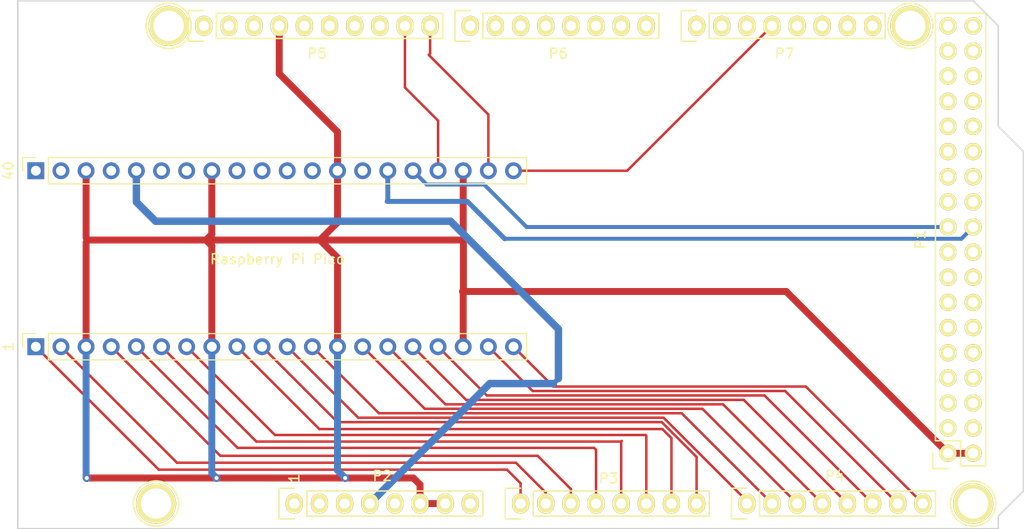
<source format=kicad_pcb>
(kicad_pcb (version 20211014) (generator pcbnew)
  (title_block (date "mar. 31 mars 2015"))
  (layers (0 "F.Cu" signal) (31 "B.Cu" signal) (34 "B.Paste" user) (35 "F.Paste" user) (36 "B.SilkS" user "B.Silkscreen") (37 "F.SilkS" user "F.Silkscreen") (38 "B.Mask" user) (39 "F.Mask" user) (44 "Edge.Cuts" user))
  (net 0 "")
  (net 1 "GND")
  (net 2 "/52(SCK)")
  (net 3 "/53(SS)")
  (net 4 "/50(MISO)")
  (net 5 "/51(MOSI)")
  (net 6 "/48")
  (net 7 "/49")
  (net 8 "/46")
  (net 9 "/47")
  (net 10 "/44")
  (net 11 "/45")
  (net 12 "/42")
  (net 13 "/43")
  (net 14 "/40")
  (net 15 "/41")
  (net 16 "/38")
  (net 17 "/39")
  (net 18 "/36")
  (net 19 "/37")
  (net 20 "/34")
  (net 21 "/35")
  (net 22 "/32")
  (net 23 "/33")
  (net 24 "/30")
  (net 25 "/31")
  (net 26 "/28")
  (net 27 "/29")
  (net 28 "/26")
  (net 29 "/27")
  (net 30 "/24")
  (net 31 "/25")
  (net 32 "/22")
  (net 33 "/23")
  (net 34 "+5V")
  (net 35 "/IOREF")
  (net 36 "/Reset")
  (net 37 "/Vin")
  (net 38 "/A0")
  (net 39 "/A1")
  (net 40 "/A2")
  (net 41 "/A3")
  (net 42 "/A4")
  (net 43 "/A5")
  (net 44 "/A6")
  (net 45 "/A7")
  (net 46 "/A8")
  (net 47 "/A9")
  (net 48 "/A10")
  (net 49 "/A11")
  (net 50 "/A12")
  (net 51 "/A13")
  (net 52 "/A14")
  (net 53 "/A15")
  (net 54 "/SCL")
  (net 55 "/SDA")
  (net 56 "/AREF")
  (net 57 "/9(**)")
  (net 58 "/8(**)")
  (net 59 "/7(**)")
  (net 60 "/20(SDA)")
  (net 61 "/21(SCL)")
  (net 62 "Net-(P8-Pad1)")
  (net 63 "Net-(P10-Pad1)")
  (net 64 "Net-(P11-Pad1)")
  (net 65 "Net-(P13-Pad1)")
  (net 66 "Net-(P2-Pad1)")
  (net 67 "+3V3")
  (net 68 "/14(Tx3)")
  (net 69 "/15(Rx3)")
  (net 70 "/16(Tx2)")
  (net 71 "/18(Tx1)")
  (net 72 "/19(Rx1)")
  (footprint "Socket_Arduino_Mega:Socket_Strip_Arduino_2x18" (layer "F.Cu") (at 197.358 114.046 90)
    (fp_text reference "P1" (at 21.59 -2.794 90) (layer "F.SilkS"))
    (fp_text value "ALE H/L")
    (fp_line (start -1.27 1.27) (end 1.27 1.27) (layer "F.SilkS") (width 0.15))
    (fp_line (start 44.45 -1.27) (end 1.27 -1.27) (layer "F.SilkS") (width 0.15))
    (fp_line (start -1.27 3.81) (end 44.45 3.81) (layer "F.SilkS") (width 0.15))
    (fp_line (start 0 -1.55) (end -1.55 -1.55) (layer "F.SilkS") (width 0.15))
    (fp_line (start -1.55 -1.55) (end -1.55 0) (layer "F.SilkS") (width 0.15))
    (fp_line (start 44.45 3.81) (end 44.45 -1.27) (layer "F.SilkS") (width 0.15))
    (fp_line (start 1.27 1.27) (end 1.27 -1.27) (layer "F.SilkS") (width 0.15))
    (fp_line (start -1.27 3.81) (end -1.27 1.27) (layer "F.SilkS") (width 0.15))
    (pad "1" thru_hole circle locked (at 0 0 90) (size 1.7272 1.7272) (drill 1.016) (layers *.Cu *.Mask "F.SilkS") (net 1 "GND"))
    (pad "2" thru_hole oval locked (at 0 2.54 90) (size 1.7272 1.7272) (drill 1.016) (layers *.Cu *.Mask "F.SilkS") (net 1 "GND"))
    (pad "3" thru_hole oval locked (at 2.54 0 90) (size 1.7272 1.7272) (drill 1.016) (layers *.Cu *.Mask "F.SilkS") (net 2 "/52(SCK)"))
    (pad "4" thru_hole oval locked (at 2.54 2.54 90) (size 1.7272 1.7272) (drill 1.016) (layers *.Cu *.Mask "F.SilkS") (net 3 "/53(SS)"))
    (pad "5" thru_hole oval locked (at 5.08 0 90) (size 1.7272 1.7272) (drill 1.016) (layers *.Cu *.Mask "F.SilkS") (net 4 "/50(MISO)"))
    (pad "6" thru_hole oval locked (at 5.08 2.54 90) (size 1.7272 1.7272) (drill 1.016) (layers *.Cu *.Mask "F.SilkS") (net 5 "/51(MOSI)"))
    (pad "7" thru_hole oval locked (at 7.62 0 90) (size 1.7272 1.7272) (drill 1.016) (layers *.Cu *.Mask "F.SilkS") (net 6 "/48"))
    (pad "8" thru_hole oval locked (at 7.62 2.54 90) (size 1.7272 1.7272) (drill 1.016) (layers *.Cu *.Mask "F.SilkS") (net 7 "/49"))
    (pad "9" thru_hole oval locked (at 10.16 0 90) (size 1.7272 1.7272) (drill 1.016) (layers *.Cu *.Mask "F.SilkS") (net 8 "/46"))
    (pad "10" thru_hole oval locked (at 10.16 2.54 90) (size 1.7272 1.7272) (drill 1.016) (layers *.Cu *.Mask "F.SilkS") (net 9 "/47"))
    (pad "11" thru_hole oval locked (at 12.7 0 90) (size 1.7272 1.7272) (drill 1.016) (layers *.Cu *.Mask "F.SilkS") (net 10 "/44"))
    (pad "12" thru_hole oval locked (at 12.7 2.54 90) (size 1.7272 1.7272) (drill 1.016) (layers *.Cu *.Mask "F.SilkS") (net 11 "/45"))
    (pad "13" thru_hole oval locked (at 15.24 0 90) (size 1.7272 1.7272) (drill 1.016) (layers *.Cu *.Mask "F.SilkS") (net 12 "/42"))
    (pad "14" thru_hole oval locked (at 15.24 2.54 90) (size 1.7272 1.7272) (drill 1.016) (layers *.Cu *.Mask "F.SilkS") (net 13 "/43"))
    (pad "15" thru_hole oval locked (at 17.78 0 90) (size 1.7272 1.7272) (drill 1.016) (layers *.Cu *.Mask "F.SilkS") (net 14 "/40"))
    (pad "16" thru_hole oval locked (at 17.78 2.54 90) (size 1.7272 1.7272) (drill 1.016) (layers *.Cu *.Mask "F.SilkS") (net 15 "/41"))
    (pad "17" thru_hole oval locked (at 20.32 0 90) (size 1.7272 1.7272) (drill 1.016) (layers *.Cu *.Mask "F.SilkS") (net 16 "/38"))
    (pad "18" thru_hole oval locked (at 20.32 2.54 90) (size 1.7272 1.7272) (drill 1.016) (layers *.Cu *.Mask "F.SilkS") (net 17 "/39"))
    (pad "21" thru_hole oval locked (at 25.4 0 90) (size 1.7272 1.7272) (drill 1.016) (layers *.Cu *.Mask "F.SilkS") (net 20 "/34"))
    (pad "22" thru_hole oval locked (at 25.4 2.54 90) (size 1.7272 1.7272) (drill 1.016) (layers *.Cu *.Mask "F.SilkS") (net 21 "/35"))
    (pad "23" thru_hole oval locked (at 27.94 0 90) (size 1.7272 1.7272) (drill 1.016) (layers *.Cu *.Mask "F.SilkS") (net 22 "/32"))
    (pad "24" thru_hole oval locked (at 27.94 2.54 90) (size 1.7272 1.7272) (drill 1.016) (layers *.Cu *.Mask "F.SilkS") (net 23 "/33"))
    (pad "25" thru_hole oval locked (at 30.48 0 90) (size 1.7272 1.7272) (drill 1.016) (layers *.Cu *.Mask "F.SilkS") (net 24 "/30"))
    (pad "26" thru_hole oval locked (at 30.48 2.54 90) (size 1.7272 1.7272) (drill 1.016) (layers *.Cu *.Mask "F.SilkS") (net 25 "/31"))
    (pad "27" thru_hole oval locked (at 33.02 0 90) (size 1.7272 1.7272) (drill 1.016) (layers *.Cu *.Mask "F.SilkS") (net 26 "/28"))
    (pad "28" thru_hole oval locked (at 33.02 2.54 90) (size 1.7272 1.7272) (drill 1.016) (layers *.Cu *.Mask "F.SilkS") (net 27 "/29"))
    (pad "29" thru_hole oval locked (at 35.56 0 90) (size 1.7272 1.7272) (drill 1.016) (layers *.Cu *.Mask "F.SilkS") (net 28 "/26"))
    (pad "30" thru_hole oval locked (at 35.56 2.54 90) (size 1.7272 1.7272) (drill 1.016) (layers *.Cu *.Mask "F.SilkS") (net 29 "/27"))
    (pad "31" thru_hole oval locked (at 38.1 0 90) (size 1.7272 1.7272) (drill 1.016) (layers *.Cu *.Mask "F.SilkS") (net 30 "/24"))
    (pad "32" thru_hole oval locked (at 38.1 2.54 90) (size 1.7272 1.7272) (drill 1.016) (layers *.Cu *.Mask "F.SilkS") (net 31 "/25"))
    (pad "33" thru_hole oval locked (at 40.64 0 90) (size 1.7272 1.7272) (drill 1.016) (layers *.Cu *.Mask "F.SilkS") (net 32 "/22"))
    (pad "34" thru_hole oval locked (at 40.64 2.54 90) (size 1.7272 1.7272) (drill 1.016) (layers *.Cu *.Mask "F.SilkS") (net 33 "/23"))
    (pad "35" thru_hole oval locked (at 43.18 0 90) (size 1.7272 1.7272) (drill 1.016) (layers *.Cu *.Mask "F.SilkS") (net 34 "+5V"))
    (pad "36" thru_hole oval locked (at 43.18 2.54 90) (size 1.7272 1.7272) (drill 1.016) (layers *.Cu *.Mask "F.SilkS") (net 34 "+5V"))
    (pad "36" thru_hole oval locked (at 22.86 0 90) (size 1.7272 1.7272) (drill 1.016) (layers *.Cu *.Mask "F.SilkS") (net 18 "/36"))
    (pad "37" thru_hole oval locked (at 22.86 2.54 90) (size 1.7272 1.7272) (drill 1.016) (layers *.Cu *.Mask "F.SilkS") (net 19 "/37"))
  )
  (footprint "Socket_Arduino_Mega:Socket_Strip_Arduino_1x08" (layer "F.Cu") (at 131.318 119.126)
    (fp_text reference "P2" (at 8.89 -2.794) (layer "F.SilkS"))
    (fp_text value "Power")
    (fp_line (start 19.05 -1.27) (end 1.27 -1.27) (layer "F.SilkS") (width 0.15))
    (fp_line (start 19.05 1.27) (end 19.05 -1.27) (layer "F.SilkS") (width 0.15))
    (fp_line (start 1.27 1.27) (end 19.05 1.27) (layer "F.SilkS") (width 0.15))
    (fp_line (start 1.27 1.27) (end 1.27 -1.27) (layer "F.SilkS") (width 0.15))
    (fp_line (start 0 -1.55) (end -1.55 -1.55) (layer "F.SilkS") (width 0.15))
    (fp_line (start -1.55 1.55) (end 0 1.55) (layer "F.SilkS") (width 0.15))
    (fp_line (start -1.55 -1.55) (end -1.55 1.55) (layer "F.SilkS") (width 0.15))
    (pad "1" thru_hole oval locked (at 0 0) (size 1.7272 2.032) (drill 1.016) (layers *.Cu *.Mask "F.SilkS") (net 66 "Net-(P2-Pad1)"))
    (pad "2" thru_hole oval locked (at 2.54 0) (size 1.7272 2.032) (drill 1.016) (layers *.Cu *.Mask "F.SilkS") (net 35 "/IOREF"))
    (pad "3" thru_hole oval locked (at 5.08 0) (size 1.7272 2.032) (drill 1.016) (layers *.Cu *.Mask "F.SilkS") (net 36 "/Reset"))
    (pad "4" thru_hole oval locked (at 7.62 0) (size 1.7272 2.032) (drill 1.016) (layers *.Cu *.Mask "F.SilkS") (net 67 "+3V3"))
    (pad "5" thru_hole oval locked (at 10.16 0) (size 1.7272 2.032) (drill 1.016) (layers *.Cu *.Mask "F.SilkS") (net 34 "+5V"))
    (pad "6" thru_hole oval locked (at 12.7 0) (size 1.7272 2.032) (drill 1.016) (layers *.Cu *.Mask "F.SilkS") (net 1 "GND"))
    (pad "7" thru_hole oval locked (at 15.24 0) (size 1.7272 2.032) (drill 1.016) (layers *.Cu *.Mask "F.SilkS") (net 1 "GND"))
    (pad "8" thru_hole oval locked (at 17.78 0) (size 1.7272 2.032) (drill 1.016) (layers *.Cu *.Mask "F.SilkS") (net 37 "/Vin"))
  )
  (footprint "Socket_Arduino_Mega:Socket_Strip_Arduino_1x08" (layer "F.Cu") (at 154.178 119.126)
    (fp_text reference "P3" (at 8.89 -2.54) (layer "F.SilkS"))
    (fp_text value "AD Bus")
    (fp_line (start -1.55 -1.55) (end -1.55 1.55) (layer "F.SilkS") (width 0.15))
    (fp_line (start 0 -1.55) (end -1.55 -1.55) (layer "F.SilkS") (width 0.15))
    (fp_line (start 1.27 1.27) (end 19.05 1.27) (layer "F.SilkS") (width 0.15))
    (fp_line (start 19.05 -1.27) (end 1.27 -1.27) (layer "F.SilkS") (width 0.15))
    (fp_line (start 19.05 1.27) (end 19.05 -1.27) (layer "F.SilkS") (width 0.15))
    (fp_line (start -1.55 1.55) (end 0 1.55) (layer "F.SilkS") (width 0.15))
    (fp_line (start 1.27 1.27) (end 1.27 -1.27) (layer "F.SilkS") (width 0.15))
    (pad "1" thru_hole oval locked (at 0 0) (size 1.7272 2.032) (drill 1.016) (layers *.Cu *.Mask "F.SilkS") (net 38 "/A0"))
    (pad "2" thru_hole oval locked (at 2.54 0) (size 1.7272 2.032) (drill 1.016) (layers *.Cu *.Mask "F.SilkS") (net 39 "/A1"))
    (pad "3" thru_hole oval locked (at 5.08 0) (size 1.7272 2.032) (drill 1.016) (layers *.Cu *.Mask "F.SilkS") (net 40 "/A2"))
    (pad "4" thru_hole oval locked (at 7.62 0) (size 1.7272 2.032) (drill 1.016) (layers *.Cu *.Mask "F.SilkS") (net 41 "/A3"))
    (pad "5" thru_hole oval locked (at 10.16 0) (size 1.7272 2.032) (drill 1.016) (layers *.Cu *.Mask "F.SilkS") (net 42 "/A4"))
    (pad "6" thru_hole oval locked (at 12.7 0) (size 1.7272 2.032) (drill 1.016) (layers *.Cu *.Mask "F.SilkS") (net 43 "/A5"))
    (pad "7" thru_hole oval locked (at 15.24 0) (size 1.7272 2.032) (drill 1.016) (layers *.Cu *.Mask "F.SilkS") (net 44 "/A6"))
    (pad "8" thru_hole oval locked (at 17.78 0) (size 1.7272 2.032) (drill 1.016) (layers *.Cu *.Mask "F.SilkS") (net 45 "/A7"))
  )
  (footprint "Socket_Arduino_Mega:Socket_Strip_Arduino_1x08" (layer "F.Cu") (at 177.038 119.126)
    (fp_text reference "P4" (at 8.89 -2.794) (layer "F.SilkS"))
    (fp_text value "AD Bus")
    (fp_line (start -1.55 1.55) (end 0 1.55) (layer "F.SilkS") (width 0.15))
    (fp_line (start 1.27 1.27) (end 19.05 1.27) (layer "F.SilkS") (width 0.15))
    (fp_line (start -1.55 -1.55) (end -1.55 1.55) (layer "F.SilkS") (width 0.15))
    (fp_line (start 1.27 1.27) (end 1.27 -1.27) (layer "F.SilkS") (width 0.15))
    (fp_line (start 19.05 -1.27) (end 1.27 -1.27) (layer "F.SilkS") (width 0.15))
    (fp_line (start 19.05 1.27) (end 19.05 -1.27) (layer "F.SilkS") (width 0.15))
    (fp_line (start 0 -1.55) (end -1.55 -1.55) (layer "F.SilkS") (width 0.15))
    (pad "1" thru_hole oval locked (at 0 0) (size 1.7272 2.032) (drill 1.016) (layers *.Cu *.Mask "F.SilkS") (net 46 "/A8"))
    (pad "2" thru_hole oval locked (at 2.54 0) (size 1.7272 2.032) (drill 1.016) (layers *.Cu *.Mask "F.SilkS") (net 47 "/A9"))
    (pad "3" thru_hole oval locked (at 5.08 0) (size 1.7272 2.032) (drill 1.016) (layers *.Cu *.Mask "F.SilkS") (net 48 "/A10"))
    (pad "4" thru_hole oval locked (at 7.62 0) (size 1.7272 2.032) (drill 1.016) (layers *.Cu *.Mask "F.SilkS") (net 49 "/A11"))
    (pad "5" thru_hole oval locked (at 10.16 0) (size 1.7272 2.032) (drill 1.016) (layers *.Cu *.Mask "F.SilkS") (net 50 "/A12"))
    (pad "6" thru_hole oval locked (at 12.7 0) (size 1.7272 2.032) (drill 1.016) (layers *.Cu *.Mask "F.SilkS") (net 51 "/A13"))
    (pad "7" thru_hole oval locked (at 15.24 0) (size 1.7272 2.032) (drill 1.016) (layers *.Cu *.Mask "F.SilkS") (net 52 "/A14"))
    (pad "8" thru_hole oval locked (at 17.78 0) (size 1.7272 2.032) (drill 1.016) (layers *.Cu *.Mask "F.SilkS") (net 53 "/A15"))
  )
  (footprint "Socket_Arduino_Mega:Socket_Strip_Arduino_1x10" (layer "F.Cu") (at 122.174 70.866)
    (fp_text reference "P5" (at 11.43 2.794) (layer "F.SilkS"))
    (fp_text value "Read / Write")
    (fp_line (start 1.27 1.27) (end 24.13 1.27) (layer "F.SilkS") (width 0.15))
    (fp_line (start -1.55 1.55) (end 0 1.55) (layer "F.SilkS") (width 0.15))
    (fp_line (start 1.27 1.27) (end 1.27 -1.27) (layer "F.SilkS") (width 0.15))
    (fp_line (start 0 -1.55) (end -1.55 -1.55) (layer "F.SilkS") (width 0.15))
    (fp_line (start 24.13 -1.27) (end 1.27 -1.27) (layer "F.SilkS") (width 0.15))
    (fp_line (start 24.13 1.27) (end 24.13 -1.27) (layer "F.SilkS") (width 0.15))
    (fp_line (start -1.55 -1.55) (end -1.55 1.55) (layer "F.SilkS") (width 0.15))
    (pad "1" thru_hole oval locked (at 0 0) (size 1.7272 2.032) (drill 1.016) (layers *.Cu *.Mask "F.SilkS") (net 54 "/SCL"))
    (pad "2" thru_hole oval locked (at 2.54 0) (size 1.7272 2.032) (drill 1.016) (layers *.Cu *.Mask "F.SilkS") (net 55 "/SDA"))
    (pad "3" thru_hole oval locked (at 5.08 0) (size 1.7272 2.032) (drill 1.016) (layers *.Cu *.Mask "F.SilkS") (net 56 "/AREF"))
    (pad "4" thru_hole oval locked (at 7.62 0) (size 1.7272 2.032) (drill 1.016) (layers *.Cu *.Mask "F.SilkS") (net 1 "GND"))
    (pad "10" thru_hole oval locked (at 17.78 0) (size 1.7272 2.032) (drill 1.016) (layers *.Cu *.Mask "F.SilkS"))
    (pad "11" thru_hole oval locked (at 15.24 0) (size 1.7272 2.032) (drill 1.016) (layers *.Cu *.Mask "F.SilkS"))
    (pad "12" thru_hole oval locked (at 12.7 0) (size 1.7272 2.032) (drill 1.016) (layers *.Cu *.Mask "F.SilkS"))
    (pad "13" thru_hole oval locked (at 10.16 0) (size 1.7272 2.032) (drill 1.016) (layers *.Cu *.Mask "F.SilkS"))
    (pad "READ" thru_hole oval locked (at 20.32 0) (size 1.7272 2.032) (drill 1.016) (layers *.Cu *.Mask "F.SilkS") (net 57 "/9(**)"))
    (pad "WRITE" thru_hole oval locked (at 22.86 0) (size 1.7272 2.032) (drill 1.016) (layers *.Cu *.Mask "F.SilkS") (net 58 "/8(**)"))
  )
  (footprint "Socket_Arduino_Mega:Socket_Strip_Arduino_1x08" (layer "F.Cu") (at 149.098 70.866)
    (fp_text reference "P6" (at 8.89 2.794) (layer "F.SilkS"))
    (fp_text value "None")
    (fp_line (start -1.55 -1.55) (end -1.55 1.55) (layer "F.SilkS") (width 0.15))
    (fp_line (start 19.05 -1.27) (end 1.27 -1.27) (layer "F.SilkS") (width 0.15))
    (fp_line (start 19.05 1.27) (end 19.05 -1.27) (layer "F.SilkS") (width 0.15))
    (fp_line (start 1.27 1.27) (end 19.05 1.27) (layer "F.SilkS") (width 0.15))
    (fp_line (start 0 -1.55) (end -1.55 -1.55) (layer "F.SilkS") (width 0.15))
    (fp_line (start -1.55 1.55) (end 0 1.55) (layer "F.SilkS") (width 0.15))
    (fp_line (start 1.27 1.27) (end 1.27 -1.27) (layer "F.SilkS") (width 0.15))
    (pad "0" thru_hole oval locked (at 17.78 0) (size 1.7272 2.032) (drill 1.016) (layers *.Cu *.Mask "F.SilkS"))
    (pad "1" thru_hole oval locked (at 15.24 0) (size 1.7272 2.032) (drill 1.016) (layers *.Cu *.Mask "F.SilkS"))
    (pad "2" thru_hole oval locked (at 12.7 0) (size 1.7272 2.032) (drill 1.016) (layers *.Cu *.Mask "F.SilkS"))
    (pad "3" thru_hole oval locked (at 10.16 0) (size 1.7272 2.032) (drill 1.016) (layers *.Cu *.Mask "F.SilkS"))
    (pad "4" thru_hole oval locked (at 7.62 0) (size 1.7272 2.032) (drill 1.016) (layers *.Cu *.Mask "F.SilkS"))
    (pad "5" thru_hole oval locked (at 5.08 0) (size 1.7272 2.032) (drill 1.016) (layers *.Cu *.Mask "F.SilkS"))
    (pad "6" thru_hole oval locked (at 2.54 0) (size 1.7272 2.032) (drill 1.016) (layers *.Cu *.Mask "F.SilkS"))
    (pad "7" thru_hole oval locked (at 0 0) (size 1.7272 2.032) (drill 1.016) (layers *.Cu *.Mask "F.SilkS") (net 59 "/7(**)"))
  )
  (footprint "Socket_Arduino_Mega:Socket_Strip_Arduino_1x08" (layer "F.Cu") (at 171.958 70.866)
    (fp_text reference "P7" (at 8.89 2.794) (layer "F.SilkS"))
    (fp_text value "Reset / Clock")
    (fp_line (start 19.05 1.27) (end 19.05 -1.27) (layer "F.SilkS") (width 0.15))
    (fp_line (start 1.27 1.27) (end 19.05 1.27) (layer "F.SilkS") (width 0.15))
    (fp_line (start 19.05 -1.27) (end 1.27 -1.27) (layer "F.SilkS") (width 0.15))
    (fp_line (start 1.27 1.27) (end 1.27 -1.27) (layer "F.SilkS") (width 0.15))
    (fp_line (start -1.55 -1.55) (end -1.55 1.55) (layer "F.SilkS") (width 0.15))
    (fp_line (start -1.55 1.55) (end 0 1.55) (layer "F.SilkS") (width 0.15))
    (fp_line (start 0 -1.55) (end -1.55 -1.55) (layer "F.SilkS") (width 0.15))
    (pad "14" thru_hole oval locked (at 0 0) (size 1.7272 2.032) (drill 1.016) (layers *.Cu *.Mask "F.SilkS") (net 68 "/14(Tx3)"))
    (pad "15" thru_hole oval locked (at 2.54 0) (size 1.7272 2.032) (drill 1.016) (layers *.Cu *.Mask "F.SilkS") (net 69 "/15(Rx3)"))
    (pad "16" thru_hole oval locked (at 5.08 0) (size 1.7272 2.032) (drill 1.016) (layers *.Cu *.Mask "F.SilkS") (net 70 "/16(Tx2)"))
    (pad "17" thru_hole oval locked (at 7.62 0) (size 1.7272 2.032) (drill 1.016) (layers *.Cu *.Mask "F.SilkS") (net 36 "/Reset"))
    (pad "18" thru_hole oval locked (at 10.16 0) (size 1.7272 2.032) (drill 1.016) (layers *.Cu *.Mask "F.SilkS") (net 71 "/18(Tx1)"))
    (pad "19" thru_hole oval locked (at 12.7 0) (size 1.7272 2.032) (drill 1.016) (layers *.Cu *.Mask "F.SilkS") (net 72 "/19(Rx1)"))
    (pad "20" thru_hole oval locked (at 15.24 0) (size 1.7272 2.032) (drill 1.016) (layers *.Cu *.Mask "F.SilkS") (net 60 "/20(SDA)"))
    (pad "21" thru_hole oval locked (at 17.78 0) (size 1.7272 2.032) (drill 1.016) (layers *.Cu *.Mask "F.SilkS") (net 61 "/21(SCL)"))
  )
  (footprint "Socket_Arduino_Mega:Arduino_1pin" (layer "F.Cu") (at 117.348 119.126)
    (fp_text reference "P8" hide)
    (fp_text value "CONN_01X01" hide)
    (fp_circle (center 0 0) (end 0 -2.286) (layer "F.SilkS") (width 0.15) (fill none))
    (pad "1" thru_hole circle locked (at 0 0) (size 4.064 4.064) (drill 3.048) (layers *.Cu *.Mask "F.SilkS") (net 62 "Net-(P8-Pad1)"))
  )
  (footprint "Socket_Arduino_Mega:Arduino_1pin" (layer "F.Cu") (at 199.898 119.126)
    (fp_text reference "P10" hide)
    (fp_text value "CONN_01X01" hide)
    (fp_circle (center 0 0) (end 0 -2.286) (layer "F.SilkS") (width 0.15) (fill none))
    (pad "1" thru_hole circle locked (at 0 0) (size 4.064 4.064) (drill 3.048) (layers *.Cu *.Mask "F.SilkS") (net 63 "Net-(P10-Pad1)"))
  )
  (footprint "Socket_Arduino_Mega:Arduino_1pin" (layer "F.Cu") (at 118.618 70.866)
    (fp_text reference "P11" hide)
    (fp_text value "CONN_01X01" hide)
    (fp_circle (center 0 0) (end 0 -2.286) (layer "F.SilkS") (width 0.15) (fill none))
    (pad "1" thru_hole circle locked (at 0 0) (size 4.064 4.064) (drill 3.048) (layers *.Cu *.Mask "F.SilkS") (net 64 "Net-(P11-Pad1)"))
  )
  (footprint "Socket_Arduino_Mega:Arduino_1pin" (layer "F.Cu") (at 193.548 70.866)
    (fp_text reference "P13" hide)
    (fp_text value "CONN_01X01" hide)
    (fp_circle (center 0 0) (end 0 -2.286) (layer "F.SilkS") (width 0.15) (fill none))
    (pad "1" thru_hole circle locked (at 0 0) (size 4.064 4.064) (drill 3.048) (layers *.Cu *.Mask "F.SilkS") (net 65 "Net-(P13-Pad1)"))
  )
  (footprint "Connector_PinSocket_2.54mm:PinSocket_1x20_P2.54mm_Vertical" (layer "F.Cu") (at 105.2 85.5 90)
    (fp_text reference "40" (at 0 -2.77 90) (layer "F.SilkS"))
    (fp_text value "PinSocket_1x20_P2.54mm_Vertical")
    (fp_line (start -1.33 49.59) (end 1.33 49.59) (layer "F.SilkS") (width 0.12))
    (fp_line (start -1.33 1.27) (end 1.33 1.27) (layer "F.SilkS") (width 0.12))
    (fp_line (start 0 -1.33) (end 1.33 -1.33) (layer "F.SilkS") (width 0.12))
    (fp_line (start -1.33 1.27) (end -1.33 49.59) (layer "F.SilkS") (width 0.12))
    (fp_line (start 1.33 1.27) (end 1.33 49.59) (layer "F.SilkS") (width 0.12))
    (fp_line (start 1.33 -1.33) (end 1.33 0) (layer "F.SilkS") (width 0.12))
    (pad "1" thru_hole rect (at 0 0 90) (size 1.7 1.7) (drill 1) (layers *.Cu *.Mask) (net 34 "+5V"))
    (pad "2" thru_hole oval (at 0 2.54 90) (size 1.7 1.7) (drill 1) (layers *.Cu *.Mask))
    (pad "3" thru_hole oval (at 0 5.08 90) (size 1.7 1.7) (drill 1) (layers *.Cu *.Mask) (net 1 "GND"))
    (pad "4" thru_hole oval (at 0 7.62 90) (size 1.7 1.7) (drill 1) (layers *.Cu *.Mask))
    (pad "5" thru_hole oval (at 0 10.16 90) (size 1.7 1.7) (drill 1) (layers *.Cu *.Mask) (net 67 "+3V3"))
    (pad "6" thru_hole oval (at 0 12.7 90) (size 1.7 1.7) (drill 1) (layers *.Cu *.Mask))
    (pad "7" thru_hole oval (at 0 15.24 90) (size 1.7 1.7) (drill 1) (layers *.Cu *.Mask))
    (pad "8" thru_hole oval (at 0 17.78 90) (size 1.7 1.7) (drill 1) (layers *.Cu *.Mask) (net 1 "GND"))
    (pad "9" thru_hole oval (at 0 20.32 90) (size 1.7 1.7) (drill 1) (layers *.Cu *.Mask))
    (pad "10" thru_hole oval (at 0 22.86 90) (size 1.7 1.7) (drill 1) (layers *.Cu *.Mask))
    (pad "11" thru_hole oval (at 0 25.4 90) (size 1.7 1.7) (drill 1) (layers *.Cu *.Mask))
    (pad "12" thru_hole oval (at 0 27.94 90) (size 1.7 1.7) (drill 1) (layers *.Cu *.Mask))
    (pad "13" thru_hole oval (at 0 30.48 90) (size 1.7 1.7) (drill 1) (layers *.Cu *.Mask) (net 1 "GND"))
    (pad "14" thru_hole oval (at 0 33.02 90) (size 1.7 1.7) (drill 1) (layers *.Cu *.Mask))
    (pad "18" thru_hole oval (at 0 43.18 90) (size 1.7 1.7) (drill 1) (layers *.Cu *.Mask) (net 1 "GND"))
    (pad "GPIO16" thru_hole oval (at 0 48.26 90) (size 1.7 1.7) (drill 1) (layers *.Cu *.Mask) (net 36 "/Reset"))
    (pad "GPIO17" thru_hole oval (at 0 45.72 90) (size 1.7 1.7) (drill 1) (layers *.Cu *.Mask) (net 58 "/8(**)"))
    (pad "GPIO18" thru_hole oval (at 0 40.64 90) (size 1.7 1.7) (drill 1) (layers *.Cu *.Mask) (net 57 "/9(**)"))
    (pad "GPIO19" thru_hole oval (at 0 38.1 90) (size 1.7 1.7) (drill 1) (layers *.Cu *.Mask) (net 18 "/36"))
    (pad "GPIO20" thru_hole oval (at 0 35.56 90) (size 1.7 1.7) (drill 1) (layers *.Cu *.Mask) (net 19 "/37"))
  )
  (footprint "Connector_PinSocket_2.54mm:PinSocket_1x20_P2.54mm_Vertical" (layer "F.Cu") (at 105.2 103.28 90)
    (fp_text reference "1" (at 0 -2.77 90) (layer "F.SilkS"))
    (fp_text value "PinSocket_1x20_P2.54mm_Vertical")
    (fp_line (start 0 -1.33) (end 1.33 -1.33) (layer "F.SilkS") (width 0.12))
    (fp_line (start -1.33 49.59) (end 1.33 49.59) (layer "F.SilkS") (width 0.12))
    (fp_line (start 1.33 1.27) (end 1.33 49.59) (layer "F.SilkS") (width 0.12))
    (fp_line (start -1.33 1.27) (end -1.33 49.59) (layer "F.SilkS") (width 0.12))
    (fp_line (start -1.33 1.27) (end 1.33 1.27) (layer "F.SilkS") (width 0.12))
    (fp_line (start 1.33 -1.33) (end 1.33 0) (layer "F.SilkS") (width 0.12))
    (pad "1" thru_hole rect (at 0 0 90) (size 1.7 1.7) (drill 1) (layers *.Cu *.Mask) (net 38 "/A0"))
    (pad "2" thru_hole oval (at 0 2.54 90) (size 1.7 1.7) (drill 1) (layers *.Cu *.Mask) (net 39 "/A1"))
    (pad "3" thru_hole oval (at 0 5.08 90) (size 1.7 1.7) (drill 1) (layers *.Cu *.Mask) (net 1 "GND"))
    (pad "4" thru_hole oval (at 0 7.62 90) (size 1.7 1.7) (drill 1) (layers *.Cu *.Mask) (net 40 "/A2"))
    (pad "5" thru_hole oval (at 0 10.16 90) (size 1.7 1.7) (drill 1) (layers *.Cu *.Mask) (net 41 "/A3"))
    (pad "6" thru_hole oval (at 0 12.7 90) (size 1.7 1.7) (drill 1) (layers *.Cu *.Mask) (net 42 "/A4"))
    (pad "7" thru_hole oval (at 0 15.24 90) (size 1.7 1.7) (drill 1) (layers *.Cu *.Mask) (net 43 "/A5"))
    (pad "8" thru_hole oval (at 0 17.78 90) (size 1.7 1.7) (drill 1) (layers *.Cu *.Mask) (net 1 "GND"))
    (pad "9" thru_hole oval (at 0 20.32 90) (size 1.7 1.7) (drill 1) (layers *.Cu *.Mask) (net 44 "/A6"))
    (pad "10" thru_hole oval (at 0 22.86 90) (size 1.7 1.7) (drill 1) (layers *.Cu *.Mask) (net 45 "/A7"))
    (pad "11" thru_hole oval (at 0 25.4 90) (size 1.7 1.7) (drill 1) (layers *.Cu *.Mask) (net 46 "/A8"))
    (pad "12" thru_hole oval (at 0 27.94 90) (size 1.7 1.7) (drill 1) (layers *.Cu *.Mask) (net 47 "/A9"))
    (pad "13" thru_hole oval (at 0 30.48 90) (size 1.7 1.7) (drill 1) (layers *.Cu *.Mask) (net 1 "GND"))
    (pad "14" thru_hole oval (at 0 33.02 90) (size 1.7 1.7) (drill 1) (layers *.Cu *.Mask) (net 48 "/A10"))
    (pad "15" thru_hole oval (at 0 35.56 90) (size 1.7 1.7) (drill 1) (layers *.Cu *.Mask) (net 49 "/A11"))
    (pad "16" thru_hole oval (at 0 38.1 90) (size 1.7 1.7) (drill 1) (layers *.Cu *.Mask) (net 50 "/A12"))
    (pad "17" thru_hole oval (at 0 40.64 90) (size 1.7 1.7) (drill 1) (layers *.Cu *.Mask) (net 51 "/A13"))
    (pad "18" thru_hole oval (at 0 43.18 90) (size 1.7 1.7) (drill 1) (layers *.Cu *.Mask) (net 1 "GND"))
    (pad "19" thru_hole oval (at 0 45.72 90) (size 1.7 1.7) (drill 1) (layers *.Cu *.Mask) (net 52 "/A14"))
    (pad "20" thru_hole oval (at 0 48.26 90) (size 1.7 1.7) (drill 1) (layers *.Cu *.Mask) (net 53 "/A15"))
  )
  (gr_line (start 202.438 81.026) (end 204.978 83.566) (layer "Edge.Cuts") (width 0.15))
  (gr_line (start 103.378 121.666) (end 103.378 68.326) (layer "Edge.Cuts") (width 0.15))
  (gr_line (start 204.978 83.566) (end 204.978 117.856) (layer "Edge.Cuts") (width 0.15))
  (gr_line (start 202.438 121.666) (end 103.378 121.666) (layer "Edge.Cuts") (width 0.15))
  (gr_line (start 103.378 68.326) (end 199.898 68.326) (layer "Edge.Cuts") (width 0.15))
  (gr_line (start 204.978 117.856) (end 202.438 120.396) (layer "Edge.Cuts") (width 0.15))
  (gr_line (start 199.898 68.326) (end 202.438 70.866) (layer "Edge.Cuts") (width 0.15))
  (gr_line (start 202.438 70.866) (end 202.438 81.026) (layer "Edge.Cuts") (width 0.15))
  (gr_line (start 202.438 120.396) (end 202.438 121.666) (layer "Edge.Cuts") (width 0.15))
  (gr_text "1" (at 131.318 116.586 90) (layer "F.SilkS") (effects (font (size 1 1))))
  (gr_text "Raspberry Pi Pico" (at 129.62 94.43) (layer "F.SilkS") (effects (font (size 1 1))))
  (segment (start 148.4 92.5) (end 133.9 92.5) (width 0.7) (layer "F.Cu") (net 1))
  (segment (start 110.855511 116.544489) (end 110.344489 116.544489) (width 0.7) (layer "F.Cu") (net 1))
  (segment (start 143.344489 116.544489) (end 136.455511 116.544489) (width 0.7) (layer "F.Cu") (net 1))
  (segment (start 129.794 75.694) (end 129.794 70.866) (width 0.7) (layer "F.Cu") (net 1))
  (segment (start 144 117.2) (end 143.344489 116.544489) (width 0.7) (layer "F.Cu") (net 1))
  (segment (start 110.5 92.5) (end 110.28 92.72) (width 0.25) (layer "F.Cu") (net 1))
  (segment (start 110.28 92.28) (end 110.28 85.5) (width 0.7) (layer "F.Cu") (net 1))
  (segment (start 148.4 91.9) (end 148.4 92.5) (width 0.25) (layer "F.Cu") (net 1))
  (segment (start 144.018 117.218) (end 144 117.2) (width 0.7) (layer "F.Cu") (net 1))
  (segment (start 122.98 91.92) (end 122.98 85.5) (width 0.7) (layer "F.Cu") (net 1))
  (segment (start 122.98 93.08) (end 122.98 103.28) (width 0.7) (layer "F.Cu") (net 1))
  (segment (start 123.455511 116.544489) (end 110.855511 116.544489) (width 0.7) (layer "F.Cu") (net 1))
  (segment (start 133.9 92.5) (end 135.68 94.28) (width 0.7) (layer "F.Cu") (net 1))
  (segment (start 148.4 97.6) (end 148.3 97.7) (width 0.25) (layer "F.Cu") (net 1))
  (segment (start 148.38 97.62) (end 148.38 103.28) (width 0.7) (layer "F.Cu") (net 1))
  (segment (start 135.68 81.58) (end 129.794 75.694) (width 0.7) (layer "F.Cu") (net 1))
  (segment (start 181.012 97.7) (end 197.358 114.046) (width 0.7) (layer "F.Cu") (net 1))
  (segment (start 133.9 92.5) (end 122.4 92.5) (width 0.7) (layer "F.Cu") (net 1))
  (segment (start 136.455511 116.544489) (end 123.455511 116.544489) (width 0.7) (layer "F.Cu") (net 1))
  (segment (start 148.38 91.88) (end 148.38 85.5) (width 0.7) (layer "F.Cu") (net 1))
  (segment (start 122.4 92.5) (end 122.98 91.92) (width 0.7) (layer "F.Cu") (net 1))
  (segment (start 144.018 119.126) (end 144.018 117.218) (width 0.7) (layer "F.Cu") (net 1))
  (segment (start 110.28 92.72) (end 110.28 103.28) (width 0.7) (layer "F.Cu") (net 1))
  (segment (start 148.4 97.6) (end 148.38 97.62) (width 0.25) (layer "F.Cu") (net 1))
  (segment (start 135.68 85.5) (end 135.68 81.58) (width 0.7) (layer "F.Cu") (net 1))
  (segment (start 122.4 92.5) (end 110.5 92.5) (width 0.7) (layer "F.Cu") (net 1))
  (segment (start 122.4 92.5) (end 122.98 93.08) (width 0.7) (layer "F.Cu") (net 1))
  (segment (start 135.68 94.28) (end 135.68 103.28) (width 0.7) (layer "F.Cu") (net 1))
  (segment (start 110.5 92.5) (end 110.28 92.28) (width 0.25) (layer "F.Cu") (net 1))
  (segment (start 110.3 116.5) (end 110.344489 116.544489) (width 0.7) (layer "F.Cu") (net 1))
  (segment (start 148.4 92.5) (end 148.4 97.6) (width 0.7) (layer "F.Cu") (net 1))
  (segment (start 144.018 119.126) (end 146.558 119.126) (width 0.7) (layer "F.Cu") (net 1))
  (segment (start 148.4 91.9) (end 148.38 91.88) (width 0.25) (layer "F.Cu") (net 1))
  (segment (start 135.68 90.72) (end 135.68 85.5) (width 0.7) (layer "F.Cu") (net 1))
  (segment (start 148.3 97.7) (end 181.012 97.7) (width 0.7) (layer "F.Cu") (net 1))
  (segment (start 133.9 92.5) (end 135.68 90.72) (width 0.7) (layer "F.Cu") (net 1))
  (segment (start 199.898 114.046) (end 197.358 114.046) (width 0.7) (layer "F.Cu") (net 1))
  (via (at 123.455511 116.544489) (size 0.8) (drill 0.4) (layers "F.Cu" "B.Cu") (net 1))
  (via (at 136.455511 116.544489) (size 0.8) (drill 0.4) (layers "F.Cu" "B.Cu") (net 1))
  (via (at 110.344489 116.544489) (size 0.8) (drill 0.4) (layers "F.Cu" "B.Cu") (net 1))
  (segment (start 110.28 116.48) (end 110.28 103.28) (width 0.7) (layer "B.Cu") (net 1))
  (segment (start 110.344489 116.544489) (end 110.28 116.48) (width 0.7) (layer "B.Cu") (net 1))
  (segment (start 136.455511 116.544489) (end 135.68 115.768978) (width 0.7) (layer "B.Cu") (net 1))
  (segment (start 122.98 116.068978) (end 122.98 103.28) (width 0.7) (layer "B.Cu") (net 1))
  (segment (start 123.455511 116.544489) (end 122.98 116.068978) (width 0.7) (layer "B.Cu") (net 1))
  (segment (start 135.68 115.768978) (end 135.68 103.28) (width 0.7) (layer "B.Cu") (net 1))
  (segment (start 144.7 86.9) (end 143.3 85.5) (width 0.4) (layer "B.Cu") (net 18))
  (segment (start 154.786 91.186) (end 150.5 86.9) (width 0.4) (layer "B.Cu") (net 18))
  (segment (start 197.358 91.186) (end 154.786 91.186) (width 0.4) (layer "B.Cu") (net 18))
  (segment (start 150.5 86.9) (end 144.7 86.9) (width 0.4) (layer "B.Cu") (net 18))
  (segment (start 140.76 88.54) (end 140.76 85.5) (width 0.5) (layer "B.Cu") (net 19))
  (segment (start 199.898 91.186) (end 198.709889 92.374111) (width 0.4) (layer "B.Cu") (net 19))
  (segment (start 148.8 88.6) (end 140.7 88.6) (width 0.5) (layer "B.Cu") (net 19))
  (segment (start 140.7 88.6) (end 140.76 88.54) (width 0.25) (layer "B.Cu") (net 19))
  (segment (start 152.574111 92.374111) (end 148.8 88.6) (width 0.5) (layer "B.Cu") (net 19))
  (segment (start 198.709889 92.374111) (end 152.574111 92.374111) (width 0.4) (layer "B.Cu") (net 19))
  (segment (start 164.944 85.5) (end 179.578 70.866) (width 0.25) (layer "F.Cu") (net 36))
  (segment (start 153.46 85.5) (end 164.944 85.5) (width 0.25) (layer "F.Cu") (net 36))
  (segment (start 152.8 115.7) (end 117.62 115.7) (width 0.25) (layer "F.Cu") (net 38))
  (segment (start 152.8 115.7) (end 154.178 117.078) (width 0.25) (layer "F.Cu") (net 38))
  (segment (start 154.178 117.078) (end 154.178 119.126) (width 0.25) (layer "F.Cu") (net 38))
  (segment (start 117.62 115.7) (end 105.2 103.28) (width 0.25) (layer "F.Cu") (net 38))
  (segment (start 153.7 115) (end 119.46 115) (width 0.25) (layer "F.Cu") (net 39))
  (segment (start 119.46 115) (end 107.74 103.28) (width 0.25) (layer "F.Cu") (net 39))
  (segment (start 153.7 115) (end 156.718 118.018) (width 0.25) (layer "F.Cu") (net 39))
  (segment (start 156.718 118.018) (end 156.718 119.126) (width 0.25) (layer "F.Cu") (net 39))
  (segment (start 123.84 114.3) (end 112.82 103.28) (width 0.25) (layer "F.Cu") (net 40))
  (segment (start 155.9 114.3) (end 123.84 114.3) (width 0.25) (layer "F.Cu") (net 40))
  (segment (start 159.258 117.658) (end 159.258 119.126) (width 0.25) (layer "F.Cu") (net 40))
  (segment (start 155.9 114.3) (end 159.258 117.658) (width 0.25) (layer "F.Cu") (net 40))
  (segment (start 161.798 113.698) (end 161.798 119.126) (width 0.25) (layer "F.Cu") (net 41))
  (segment (start 161.6 113.5) (end 161.798 113.698) (width 0.25) (layer "F.Cu") (net 41))
  (segment (start 161.6 113.5) (end 125.58 113.5) (width 0.25) (layer "F.Cu") (net 41))
  (segment (start 125.58 113.5) (end 115.36 103.28) (width 0.25) (layer "F.Cu") (net 41))
  (segment (start 164.338 112.862) (end 127.482 112.862) (width 0.25) (layer "F.Cu") (net 42))
  (segment (start 164.4 112.8) (end 164.338 112.862) (width 0.25) (layer "F.Cu") (net 42))
  (segment (start 164.338 112.862) (end 164.338 119.126) (width 0.25) (layer "F.Cu") (net 42))
  (segment (start 127.482 112.862) (end 117.9 103.28) (width 0.25) (layer "F.Cu") (net 42))
  (segment (start 129.36 112.2) (end 120.44 103.28) (width 0.25) (layer "F.Cu") (net 43))
  (segment (start 166.878 112.278) (end 166.878 119.126) (width 0.25) (layer "F.Cu") (net 43))
  (segment (start 166.8 112.2) (end 166.878 112.278) (width 0.25) (layer "F.Cu") (net 43))
  (segment (start 166.8 112.2) (end 129.36 112.2) (width 0.25) (layer "F.Cu") (net 43))
  (segment (start 133.84 111.6) (end 125.52 103.28) (width 0.25) (layer "F.Cu") (net 44))
  (segment (start 168.5 111.6) (end 169.418 112.518) (width 0.25) (layer "F.Cu") (net 44))
  (segment (start 168.5 111.6) (end 133.84 111.6) (width 0.25) (layer "F.Cu") (net 44))
  (segment (start 169.418 112.518) (end 169.418 119.126) (width 0.25) (layer "F.Cu") (net 44))
  (segment (start 169.798283 119.126) (end 169.418 119.126) (width 0.25) (layer "B.Cu") (net 44))
  (segment (start 168.435717 110.9) (end 135.68 110.9) (width 0.25) (layer "F.Cu") (net 45))
  (segment (start 168.435717 110.9) (end 171.958 114.422283) (width 0.25) (layer "F.Cu") (net 45))
  (segment (start 171.958 114.422283) (end 171.958 119.126) (width 0.25) (layer "F.Cu") (net 45))
  (segment (start 135.68 110.9) (end 128.06 103.28) (width 0.25) (layer "F.Cu") (net 45))
  (segment (start 168.621914 110.45048) (end 177.038 118.866566) (width 0.25) (layer "F.Cu") (net 46))
  (segment (start 137.77048 110.45048) (end 168.621914 110.45048) (width 0.25) (layer "F.Cu") (net 46))
  (segment (start 177.038 118.866566) (end 177.038 119.126) (width 0.25) (layer "F.Cu") (net 46))
  (segment (start 130.6 103.28) (end 137.77048 110.45048) (width 0.25) (layer "F.Cu") (net 46))
  (segment (start 139.86096 110.00096) (end 170.45296 110.00096) (width 0.25) (layer "F.Cu") (net 47))
  (segment (start 133.14 103.28) (end 139.86096 110.00096) (width 0.25) (layer "F.Cu") (net 47))
  (segment (start 170.45296 110.00096) (end 179.578 119.126) (width 0.25) (layer "F.Cu") (net 47))
  (segment (start 138.22 103.28) (end 144.49144 109.55144) (width 0.25) (layer "F.Cu") (net 48))
  (segment (start 172.54344 109.55144) (end 182.118 119.126) (width 0.25) (layer "F.Cu") (net 48))
  (segment (start 144.49144 109.55144) (end 172.54344 109.55144) (width 0.25) (layer "F.Cu") (net 48))
  (segment (start 146.58192 109.10192) (end 174.63392 109.10192) (width 0.25) (layer "F.Cu") (net 49))
  (segment (start 140.76 103.28) (end 146.58192 109.10192) (width 0.25) (layer "F.Cu") (net 49))
  (segment (start 174.63392 109.10192) (end 184.658 119.126) (width 0.25) (layer "F.Cu") (net 49))
  (segment (start 148.6724 108.6524) (end 176.7244 108.6524) (width 0.25) (layer "F.Cu") (net 50))
  (segment (start 176.7244 108.6524) (end 187.198 119.126) (width 0.25) (layer "F.Cu") (net 50))
  (segment (start 143.3 103.28) (end 148.6724 108.6524) (width 0.25) (layer "F.Cu") (net 50))
  (segment (start 145.84 103.28) (end 150.76288 108.20288) (width 0.25) (layer "F.Cu") (net 51))
  (segment (start 150.76288 108.20288) (end 178.81488 108.20288) (width 0.25) (layer "F.Cu") (net 51))
  (segment (start 178.81488 108.20288) (end 189.738 119.126) (width 0.25) (layer "F.Cu") (net 51))
  (segment (start 155.39336 107.75336) (end 180.90536 107.75336) (width 0.25) (layer "F.Cu") (net 52))
  (segment (start 150.92 103.28) (end 155.39336 107.75336) (width 0.25) (layer "F.Cu") (net 52))
  (segment (start 180.90536 107.75336) (end 192.278 119.126) (width 0.25) (layer "F.Cu") (net 52))
  (segment (start 182.99584 107.30384) (end 194.818 119.126) (width 0.25) (layer "F.Cu") (net 53))
  (segment (start 153.46 103.28) (end 157.48384 107.30384) (width 0.25) (layer "F.Cu") (net 53))
  (segment (start 157.48384 107.30384) (end 182.99584 107.30384) (width 0.25) (layer "F.Cu") (net 53))
  (segment (start 145.84 85.5) (end 145.84 80.44) (width 0.25) (layer "F.Cu") (net 57))
  (segment (start 145.84 80.44) (end 142.494 77.094) (width 0.25) (layer "F.Cu") (net 57))
  (segment (start 142.494 77.094) (end 142.494 70.866) (width 0.25) (layer "F.Cu") (net 57))
  (segment (start 144.9 73.8) (end 145.034 73.666) (width 0.25) (layer "F.Cu") (net 58))
  (segment (start 150.92 79.82) (end 144.9 73.8) (width 0.25) (layer "F.Cu") (net 58))
  (segment (start 150.92 85.5) (end 150.92 79.82) (width 0.25) (layer "F.Cu") (net 58))
  (segment (start 145.034 73.666) (end 145.034 70.866) (width 0.25) (layer "F.Cu") (net 58))
  (segment (start 117.3 90.6) (end 115.4 88.7) (width 0.75) (layer "B.Cu") (net 67))
  (segment (start 138.938 119.126) (end 151.064 107) (width 0.75) (layer "B.Cu") (net 67))
  (segment (start 158 106.5) (end 158 101.5) (width 0.75) (layer "B.Cu") (net 67))
  (segment (start 151.064 107) (end 157.5 107) (width 0.75) (layer "B.Cu") (net 67))
  (segment (start 115.4 88.7) (end 115.36 88.66) (width 0.25) (layer "B.Cu") (net 67))
  (segment (start 147.1 90.6) (end 117.3 90.6) (width 0.75) (layer "B.Cu") (net 67))
  (segment (start 158 101.5) (end 147.1 90.6) (width 0.75) (layer "B.Cu") (net 67))
  (segment (start 157.5 107) (end 158 106.5) (width 0.5) (layer "B.Cu") (net 67))
  (segment (start 115.36 88.66) (end 115.36 85.5) (width 0.75) (layer "B.Cu") (net 67))
)
</source>
